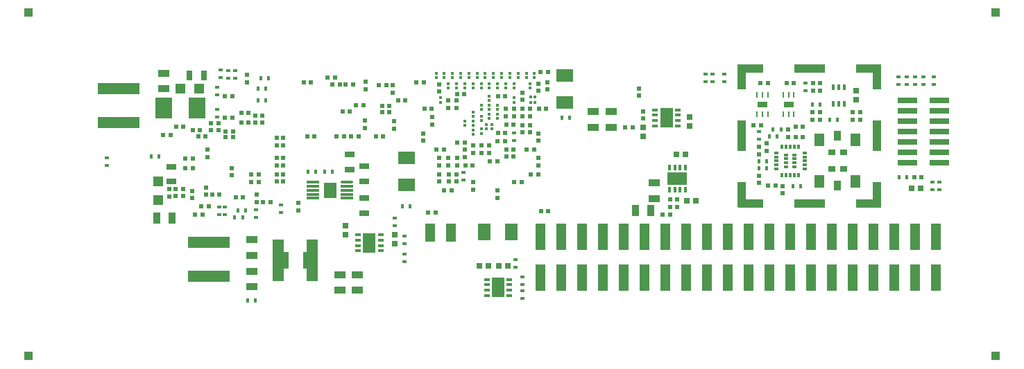
<source format=gbp>
G04 (created by PCBNEW (2013-07-07 BZR 4022)-stable) date 27/11/2015 23:20:48*
%MOIN*%
G04 Gerber Fmt 3.4, Leading zero omitted, Abs format*
%FSLAX34Y34*%
G01*
G70*
G90*
G04 APERTURE LIST*
%ADD10C,0.00590551*%
%ADD11R,0.051X0.0472*%
%ADD12R,0.0472X0.051*%
%ADD13R,0.0195X0.0175*%
%ADD14R,0.0175X0.0195*%
%ADD15R,0.0314X0.0275*%
%ADD16R,0.0275X0.0314*%
%ADD17R,0.0195X0.0195*%
%ADD18R,0.0137795X0.011811*%
%ADD19R,0.011811X0.0137795*%
%ADD20R,0.0787X0.0984*%
%ADD21R,0.06X0.08*%
%ADD22R,0.08X0.06*%
%ADD23R,0.0492126X0.0314961*%
%ADD24R,0.0314961X0.0492126*%
%ADD25R,0.05X0.126*%
%ADD26R,0.0629921X0.011811*%
%ADD27O,0.0629921X0.011811*%
%ADD28R,0.061811X0.0740157*%
%ADD29R,0.0392X0.0392*%
%ADD30R,0.0354331X0.0314961*%
%ADD31R,0.015748X0.0314961*%
%ADD32R,0.0551X0.0354*%
%ADD33R,0.2039X0.0563*%
%ADD34R,0.0563X0.2039*%
%ADD35R,0.0354X0.0551*%
%ADD36R,0.0472X0.0591*%
%ADD37R,0.0354331X0.0472441*%
%ADD38R,0.0944882X0.0299213*%
%ADD39R,0.05X0.0866142*%
%ADD40R,0.023622X0.011811*%
%ADD41R,0.011811X0.023622*%
%ADD42R,0.122047X0.0393701*%
%ADD43R,0.149606X0.0393701*%
%ADD44R,0.0393701X0.122047*%
%ADD45R,0.0393701X0.149606*%
%ADD46R,0.0114X0.0283*%
%ADD47R,0.0472X0.0295*%
%ADD48R,0.0255906X0.011811*%
%ADD49R,0.0629921X0.0925197*%
%ADD50R,0.011811X0.0255906*%
%ADD51R,0.0925197X0.0629921*%
G04 APERTURE END LIST*
G54D10*
G54D11*
X47441Y-49311D03*
X48345Y-49311D03*
G54D12*
X46377Y-53799D03*
X46377Y-54703D03*
G54D13*
X63897Y-59066D03*
X63897Y-59436D03*
X63562Y-57921D03*
X63562Y-57551D03*
X63897Y-58377D03*
X63897Y-58747D03*
X49311Y-55381D03*
X49311Y-55011D03*
X52283Y-54933D03*
X52283Y-55303D03*
X83149Y-48752D03*
X83149Y-49122D03*
G54D14*
X51700Y-48838D03*
X51330Y-48838D03*
G54D13*
X73582Y-49003D03*
X73582Y-48633D03*
X73031Y-49003D03*
X73031Y-48633D03*
X72677Y-49003D03*
X72677Y-48633D03*
X49389Y-48787D03*
X49389Y-48417D03*
G54D14*
X51543Y-49311D03*
X51173Y-49311D03*
G54D13*
X49232Y-49614D03*
X49232Y-49244D03*
G54D14*
X51543Y-49901D03*
X51173Y-49901D03*
X46425Y-52578D03*
X46055Y-52578D03*
G54D13*
X58208Y-56779D03*
X58208Y-56409D03*
X57755Y-55933D03*
X57755Y-55563D03*
X58208Y-57275D03*
X58208Y-57645D03*
G54D14*
X54771Y-53307D03*
X54401Y-53307D03*
G54D13*
X51102Y-55519D03*
X51102Y-55149D03*
G54D14*
X50440Y-55511D03*
X50070Y-55511D03*
G54D13*
X49606Y-55381D03*
X49606Y-55011D03*
G54D14*
X50578Y-55196D03*
X50208Y-55196D03*
X53964Y-53307D03*
X53594Y-53307D03*
G54D13*
X49232Y-50696D03*
X49232Y-50326D03*
X77490Y-49057D03*
X77490Y-49427D03*
G54D14*
X79013Y-50816D03*
X78643Y-50816D03*
G54D15*
X55393Y-56356D03*
X55393Y-55926D03*
G54D16*
X61812Y-57854D03*
X62242Y-57854D03*
G54D15*
X57755Y-56359D03*
X57755Y-56789D03*
G54D16*
X63187Y-57854D03*
X62757Y-57854D03*
G54D17*
X46634Y-51555D03*
X46988Y-51555D03*
X47598Y-51141D03*
X47244Y-51141D03*
X49606Y-49685D03*
X49960Y-49685D03*
X49606Y-50708D03*
X49960Y-50708D03*
X48681Y-54074D03*
X48681Y-54428D03*
X52086Y-52657D03*
X52086Y-53011D03*
X50118Y-54547D03*
X50472Y-54547D03*
X49921Y-53503D03*
X49921Y-53149D03*
X48661Y-51633D03*
X48307Y-51633D03*
X49980Y-51673D03*
X49626Y-51673D03*
X51122Y-54783D03*
X51122Y-54429D03*
X48523Y-55393D03*
X48169Y-55393D03*
X49291Y-51003D03*
X48937Y-51003D03*
X49291Y-51318D03*
X48937Y-51318D03*
X48740Y-52617D03*
X48740Y-52263D03*
X50728Y-50944D03*
X50374Y-50944D03*
X48051Y-53149D03*
X47697Y-53149D03*
X52086Y-53445D03*
X52086Y-53799D03*
X48818Y-55000D03*
X48464Y-55000D03*
X51043Y-50629D03*
X51397Y-50629D03*
X51043Y-50944D03*
X51397Y-50944D03*
X48051Y-52677D03*
X47697Y-52677D03*
X52086Y-52047D03*
X52086Y-51693D03*
X52401Y-52047D03*
X52401Y-51693D03*
X50866Y-53818D03*
X51220Y-53818D03*
X50866Y-53464D03*
X51220Y-53464D03*
X50728Y-50492D03*
X50374Y-50492D03*
X48405Y-51318D03*
X48051Y-51318D03*
X49330Y-54429D03*
X48976Y-54429D03*
X49980Y-51397D03*
X49626Y-51397D03*
X51437Y-54783D03*
X51791Y-54783D03*
X52401Y-52657D03*
X52401Y-53011D03*
X52401Y-53445D03*
X52401Y-53799D03*
X48031Y-54252D03*
X48031Y-54606D03*
X55659Y-51633D03*
X56013Y-51633D03*
X53897Y-51614D03*
X53543Y-51614D03*
X56358Y-48996D03*
X56358Y-49350D03*
X53385Y-49015D03*
X53739Y-49015D03*
X54960Y-51633D03*
X55314Y-51633D03*
X57657Y-49153D03*
X57657Y-49507D03*
X54881Y-48799D03*
X54527Y-48799D03*
X57716Y-51259D03*
X57716Y-50905D03*
X56988Y-49173D03*
X57342Y-49173D03*
X57145Y-50157D03*
X57499Y-50157D03*
X57145Y-50452D03*
X57499Y-50452D03*
X56850Y-51633D03*
X57204Y-51633D03*
X55895Y-50137D03*
X56249Y-50137D03*
X55757Y-49133D03*
X55403Y-49133D03*
X55600Y-50423D03*
X55246Y-50423D03*
X54763Y-49133D03*
X55117Y-49133D03*
X59901Y-49114D03*
X59901Y-49468D03*
X64655Y-49074D03*
X64655Y-49428D03*
X59114Y-51476D03*
X59114Y-51830D03*
X64763Y-48523D03*
X65117Y-48523D03*
X58267Y-49881D03*
X57913Y-49881D03*
X60767Y-51909D03*
X61121Y-51909D03*
X56309Y-51210D03*
X56309Y-50856D03*
X53110Y-54823D03*
X53110Y-55177D03*
G54D18*
X61712Y-48582D03*
X61712Y-48799D03*
X62303Y-50767D03*
X62303Y-50551D03*
G54D19*
X64498Y-49980D03*
X64281Y-49980D03*
G54D18*
X62106Y-48582D03*
X62106Y-48799D03*
X61909Y-51486D03*
X61909Y-51269D03*
X59744Y-48582D03*
X59744Y-48799D03*
X61909Y-50649D03*
X61909Y-50866D03*
X62500Y-48582D03*
X62500Y-48799D03*
X61515Y-51525D03*
X61515Y-51309D03*
X63681Y-48582D03*
X63681Y-48799D03*
G54D19*
X64498Y-49724D03*
X64281Y-49724D03*
G54D18*
X62893Y-48582D03*
X62893Y-48799D03*
X62696Y-50767D03*
X62696Y-50551D03*
X62303Y-49901D03*
X62303Y-49685D03*
X59940Y-49990D03*
X59940Y-49773D03*
X61318Y-48582D03*
X61318Y-48799D03*
X63287Y-48582D03*
X63287Y-48799D03*
X60334Y-49074D03*
X60334Y-49291D03*
X60137Y-48582D03*
X60137Y-48799D03*
X62155Y-51259D03*
X62155Y-51043D03*
X64074Y-48582D03*
X64074Y-48799D03*
X61515Y-50669D03*
X61515Y-50452D03*
X61122Y-50885D03*
X61122Y-51102D03*
X61909Y-49074D03*
X61909Y-49291D03*
X61515Y-50885D03*
X61515Y-51102D03*
X62303Y-49074D03*
X62303Y-49291D03*
X64468Y-48582D03*
X64468Y-48799D03*
X60531Y-48582D03*
X60531Y-48799D03*
X62696Y-50108D03*
X62696Y-50324D03*
X63090Y-49074D03*
X63090Y-49291D03*
X63484Y-49773D03*
X63484Y-49990D03*
X62696Y-49074D03*
X62696Y-49291D03*
X63484Y-49074D03*
X63484Y-49291D03*
X62411Y-51259D03*
X62411Y-51043D03*
X64271Y-49074D03*
X64271Y-49291D03*
X61122Y-49074D03*
X61122Y-49291D03*
X61515Y-49074D03*
X61515Y-49291D03*
X62303Y-50108D03*
X62303Y-50324D03*
X60728Y-49074D03*
X60728Y-49291D03*
X60925Y-48582D03*
X60925Y-48799D03*
X61909Y-50108D03*
X61909Y-50324D03*
G54D20*
X48267Y-50255D03*
X46653Y-50255D03*
G54D21*
X63366Y-56240D03*
X62066Y-56240D03*
G54D22*
X65925Y-48700D03*
X65925Y-50000D03*
X58326Y-52657D03*
X58326Y-53957D03*
G54D23*
X47007Y-53799D03*
X47007Y-53090D03*
G54D24*
X48602Y-48700D03*
X47893Y-48700D03*
G54D23*
X56279Y-54606D03*
X56279Y-55314D03*
X55590Y-53208D03*
X55590Y-52500D03*
X56279Y-53779D03*
X56279Y-53070D03*
G54D25*
X81751Y-58425D03*
X80751Y-58425D03*
X79751Y-58425D03*
X78751Y-58425D03*
X77751Y-58425D03*
X76751Y-58425D03*
X75751Y-58425D03*
X74751Y-58425D03*
X81751Y-56456D03*
X80751Y-56456D03*
X79751Y-56456D03*
X78751Y-56456D03*
X77751Y-56456D03*
X76751Y-56456D03*
X75751Y-56456D03*
X74751Y-56456D03*
X82751Y-56456D03*
X83751Y-56456D03*
X82751Y-58425D03*
X83751Y-58425D03*
X73751Y-58425D03*
X72751Y-58425D03*
X73751Y-56456D03*
X72751Y-56456D03*
X64751Y-56456D03*
X65751Y-56456D03*
X66751Y-56456D03*
X67751Y-56456D03*
X68751Y-56456D03*
X69751Y-56456D03*
X70751Y-56456D03*
X71751Y-56456D03*
X64751Y-58425D03*
X65751Y-58425D03*
X66751Y-58425D03*
X67751Y-58425D03*
X68751Y-58425D03*
X69751Y-58425D03*
X70751Y-58425D03*
X71751Y-58425D03*
G54D17*
X64291Y-53444D03*
X64645Y-53444D03*
G54D26*
X53818Y-53818D03*
X53818Y-54015D03*
G54D27*
X55472Y-53818D03*
G54D26*
X55472Y-54015D03*
X55472Y-54212D03*
X55472Y-54409D03*
X55472Y-54606D03*
X53818Y-54606D03*
X53818Y-54409D03*
X53818Y-54212D03*
G54D28*
X54645Y-54212D03*
G54D29*
X40157Y-62204D03*
X40157Y-45669D03*
X86614Y-62204D03*
X86614Y-45669D03*
G54D17*
X63090Y-50295D03*
X63090Y-50649D03*
X60728Y-50255D03*
X60728Y-49901D03*
G54D14*
X78186Y-50088D03*
X77816Y-50088D03*
G54D13*
X43937Y-53019D03*
X43937Y-52649D03*
X81968Y-49122D03*
X81968Y-48752D03*
X82362Y-49122D03*
X82362Y-48752D03*
X82755Y-49122D03*
X82755Y-48752D03*
G54D30*
X79311Y-53188D03*
X79311Y-52381D03*
X78740Y-52381D03*
X78740Y-53188D03*
G54D15*
X71929Y-51120D03*
X71929Y-50690D03*
X69685Y-51182D03*
X69685Y-51612D03*
G54D16*
X71711Y-52480D03*
X71281Y-52480D03*
X71792Y-54724D03*
X72222Y-54724D03*
G54D17*
X69685Y-50767D03*
X69685Y-50413D03*
G54D31*
X79340Y-49261D03*
X79084Y-49261D03*
X78828Y-49261D03*
X78828Y-50049D03*
X79084Y-50049D03*
X79340Y-50049D03*
G54D17*
X46929Y-54507D03*
X46929Y-54153D03*
X50669Y-49015D03*
X50669Y-48661D03*
X63110Y-52263D03*
X63464Y-52263D03*
X62303Y-52421D03*
X62303Y-52067D03*
X61515Y-54192D03*
X61515Y-53838D03*
X78178Y-50816D03*
X77824Y-50816D03*
X61122Y-52617D03*
X61122Y-52263D03*
X61515Y-52421D03*
X61515Y-52067D03*
X61909Y-52421D03*
X61909Y-52067D03*
X62677Y-52834D03*
X62323Y-52834D03*
X63110Y-52578D03*
X63464Y-52578D03*
X63051Y-51850D03*
X62697Y-51850D03*
X63070Y-51456D03*
X62716Y-51456D03*
X63464Y-51062D03*
X63110Y-51062D03*
X63877Y-51082D03*
X63877Y-51436D03*
X59547Y-51043D03*
X59547Y-50689D03*
X65137Y-55216D03*
X64783Y-55216D03*
X63858Y-53818D03*
X63504Y-53818D03*
X62696Y-54586D03*
X62696Y-54232D03*
X64685Y-50275D03*
X65039Y-50275D03*
X59370Y-55295D03*
X59724Y-55295D03*
X59763Y-52263D03*
X60117Y-52263D03*
X59881Y-53011D03*
X59881Y-52657D03*
X59527Y-50275D03*
X59173Y-50275D03*
X59153Y-49025D03*
X58799Y-49025D03*
X60334Y-49901D03*
X60334Y-50255D03*
X61102Y-49586D03*
X60748Y-49586D03*
X65098Y-49015D03*
X65098Y-49369D03*
X62716Y-49685D03*
X63070Y-49685D03*
X63877Y-49862D03*
X63877Y-49508D03*
X64271Y-51082D03*
X64271Y-51436D03*
X60767Y-53011D03*
X60767Y-52657D03*
X60334Y-53011D03*
X60334Y-52657D03*
X63897Y-50669D03*
X64251Y-50669D03*
X63897Y-50275D03*
X64251Y-50275D03*
X63484Y-50295D03*
X63484Y-50649D03*
X59901Y-53799D03*
X59901Y-53445D03*
X60354Y-53464D03*
X60708Y-53464D03*
X60354Y-53779D03*
X60708Y-53779D03*
X77844Y-49065D03*
X77844Y-49419D03*
X78179Y-49065D03*
X78179Y-49419D03*
X79754Y-50462D03*
X80108Y-50462D03*
X79754Y-50816D03*
X80108Y-50816D03*
X78178Y-50462D03*
X77824Y-50462D03*
X61141Y-53011D03*
X61495Y-53011D03*
G54D32*
X55118Y-58286D03*
X55118Y-59036D03*
X50885Y-58109D03*
X50885Y-58859D03*
X50885Y-57343D03*
X50885Y-56593D03*
X46653Y-49331D03*
X46653Y-48581D03*
X55944Y-58286D03*
X55944Y-59036D03*
G54D33*
X44488Y-49330D03*
X44488Y-50964D03*
X48838Y-56712D03*
X48838Y-58346D03*
G54D34*
X53799Y-57598D03*
X52165Y-57598D03*
G54D15*
X79931Y-49870D03*
X79931Y-49440D03*
G54D35*
X47067Y-55551D03*
X46317Y-55551D03*
G54D17*
X64665Y-53011D03*
X64665Y-52657D03*
X69192Y-51181D03*
X68838Y-51181D03*
X70984Y-55374D03*
X70630Y-55374D03*
X71338Y-54665D03*
X71338Y-55019D03*
X69488Y-49311D03*
X69488Y-49665D03*
X70984Y-55019D03*
X70984Y-54665D03*
X75246Y-52489D03*
X75246Y-52135D03*
X76377Y-54015D03*
X76377Y-54369D03*
X75610Y-52322D03*
X75610Y-51968D03*
X76663Y-51643D03*
X76663Y-51289D03*
X76052Y-54005D03*
X75698Y-54005D03*
X77017Y-51643D03*
X77371Y-51643D03*
X75246Y-53513D03*
X75246Y-53867D03*
X47224Y-54488D03*
X47578Y-54488D03*
X47224Y-54173D03*
X47578Y-54173D03*
X60137Y-54232D03*
X60491Y-54232D03*
X64448Y-52263D03*
X64094Y-52263D03*
X64665Y-51476D03*
X64665Y-51830D03*
G54D36*
X79891Y-53785D03*
X79891Y-51785D03*
X78159Y-51785D03*
X78159Y-53785D03*
G54D37*
X79025Y-51584D03*
X79025Y-53986D03*
G54D32*
X68149Y-51182D03*
X68149Y-50432D03*
X67283Y-51182D03*
X67283Y-50432D03*
G54D35*
X70060Y-55196D03*
X69310Y-55196D03*
G54D32*
X70236Y-54607D03*
X70236Y-53857D03*
G54D16*
X83029Y-54114D03*
X82599Y-54114D03*
G54D17*
X83070Y-53582D03*
X82716Y-53582D03*
G54D38*
X82381Y-49877D03*
X82381Y-50377D03*
X82381Y-51377D03*
X82381Y-50877D03*
X82381Y-52877D03*
X82381Y-52377D03*
X82381Y-51877D03*
X83917Y-49877D03*
X83917Y-50377D03*
X83917Y-50877D03*
X83917Y-52377D03*
X83917Y-51877D03*
X83917Y-51377D03*
X83917Y-52877D03*
G54D13*
X83661Y-48752D03*
X83661Y-49122D03*
X83602Y-53811D03*
X83602Y-54181D03*
X83937Y-53811D03*
X83937Y-54181D03*
G54D14*
X82000Y-53582D03*
X82370Y-53582D03*
G54D39*
X60440Y-56259D03*
X59440Y-56259D03*
G54D40*
X76958Y-52509D03*
X76958Y-52903D03*
X76958Y-53100D03*
X76958Y-52706D03*
X76564Y-52903D03*
X76564Y-52509D03*
X76564Y-53100D03*
G54D41*
X77155Y-52125D03*
X76958Y-52125D03*
X76564Y-52125D03*
X76761Y-52125D03*
X76368Y-52125D03*
X76368Y-53484D03*
X76761Y-53484D03*
X76564Y-53484D03*
X76958Y-53484D03*
X77155Y-53484D03*
G54D40*
X76082Y-52411D03*
X76082Y-52608D03*
X76082Y-53001D03*
X76082Y-52805D03*
X76082Y-53198D03*
X77440Y-53198D03*
X77440Y-52805D03*
X77440Y-53001D03*
X77440Y-52608D03*
X77440Y-52411D03*
X76564Y-52706D03*
G54D14*
X51070Y-59527D03*
X50700Y-59527D03*
G54D13*
X50078Y-48826D03*
X50078Y-48456D03*
X49744Y-48826D03*
X49744Y-48456D03*
X61062Y-53728D03*
X61062Y-53358D03*
G54D14*
X66149Y-50708D03*
X65779Y-50708D03*
X58122Y-54980D03*
X58492Y-54980D03*
G54D13*
X63484Y-51838D03*
X63484Y-51468D03*
G54D42*
X80521Y-48356D03*
G54D43*
X77687Y-48356D03*
G54D42*
X74852Y-48356D03*
G54D44*
X74438Y-48769D03*
G54D45*
X74438Y-51604D03*
G54D44*
X74438Y-54438D03*
X80935Y-48769D03*
G54D42*
X74852Y-54852D03*
G54D43*
X77687Y-54852D03*
G54D42*
X80521Y-54852D03*
G54D44*
X80935Y-54438D03*
G54D45*
X80935Y-51604D03*
G54D14*
X75937Y-51279D03*
X76307Y-51279D03*
G54D17*
X76584Y-49064D03*
X76938Y-49064D03*
X77017Y-51151D03*
X77371Y-51151D03*
X75678Y-49064D03*
X75324Y-49064D03*
X75354Y-51082D03*
X75000Y-51082D03*
G54D46*
X76938Y-50570D03*
X76682Y-50570D03*
X76426Y-50570D03*
X76426Y-49637D03*
X76682Y-49637D03*
X76938Y-49637D03*
G54D47*
X76682Y-50103D03*
G54D46*
X75679Y-50570D03*
X75423Y-50570D03*
X75167Y-50570D03*
X75167Y-49637D03*
X75423Y-49637D03*
X75679Y-49637D03*
G54D47*
X75423Y-50103D03*
G54D13*
X75255Y-51759D03*
X75255Y-51389D03*
G54D14*
X75618Y-52834D03*
X75248Y-52834D03*
X75618Y-53169D03*
X75248Y-53169D03*
X76901Y-54015D03*
X77271Y-54015D03*
X76129Y-51633D03*
X75759Y-51633D03*
G54D21*
X52342Y-57598D03*
X53642Y-57598D03*
G54D48*
X63257Y-59025D03*
X63257Y-59281D03*
X63257Y-58769D03*
X63257Y-58513D03*
X62175Y-58513D03*
X62175Y-58769D03*
X62175Y-59281D03*
G54D49*
X62716Y-58897D03*
G54D48*
X62175Y-59025D03*
X57076Y-56879D03*
X57076Y-57135D03*
X57076Y-56624D03*
X57076Y-56368D03*
X55994Y-56368D03*
X55994Y-56624D03*
X55994Y-57135D03*
G54D49*
X56535Y-56751D03*
G54D48*
X55994Y-56879D03*
X70265Y-50600D03*
X70265Y-50344D03*
X70265Y-50856D03*
X70265Y-51112D03*
X71348Y-51112D03*
X71348Y-50856D03*
X71348Y-50344D03*
G54D49*
X70807Y-50728D03*
G54D48*
X71348Y-50600D03*
G54D50*
X71210Y-54202D03*
X70954Y-54202D03*
X71466Y-54202D03*
X71722Y-54202D03*
X71722Y-53120D03*
X71466Y-53120D03*
X70954Y-53120D03*
G54D51*
X71338Y-53661D03*
G54D50*
X71210Y-53120D03*
M02*

</source>
